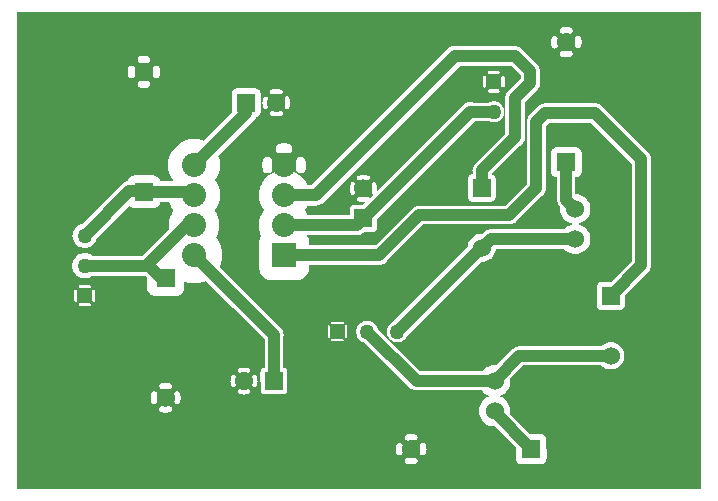
<source format=gbr>
G04 start of page 7 for group 5 idx 5 *
G04 Title: (unknown), bottom *
G04 Creator: pcb-gtk 1.99z *
G04 CreationDate: Sat Jun  4 21:01:05 2016 UTC *
G04 For: khazakar *
G04 Format: Gerber/RS-274X *
G04 PCB-Dimensions (mm): 152.40 127.00 *
G04 PCB-Coordinate-Origin: lower left *
%MOMM*%
%FSLAX43Y43*%
%LNBOTTOM*%
%ADD76C,0.889*%
%ADD75C,1.143*%
%ADD74C,0.711*%
%ADD73C,2.000*%
%ADD72C,0.965*%
%ADD71C,0.762*%
%ADD70C,2.032*%
%ADD69C,1.524*%
%ADD68C,1.270*%
%ADD67C,1.016*%
%ADD66C,0.002*%
G54D66*G36*
X46754Y109043D02*X46757Y109041D01*
X46927Y108937D01*
X47112Y108860D01*
X47306Y108813D01*
X47406Y108806D01*
X47456Y108802D01*
X47306Y108790D01*
X47112Y108743D01*
X46927Y108667D01*
X46757Y108562D01*
X46754Y108560D01*
Y109043D01*
G37*
G36*
X58166Y86381D02*Y86360D01*
X47764D01*
Y96824D01*
X49697D01*
X49832Y96709D01*
X49986Y96615D01*
X50152Y96546D01*
X50327Y96504D01*
X50506Y96490D01*
X50685Y96504D01*
X50860Y96546D01*
X51027Y96615D01*
X51180Y96709D01*
X51317Y96826D01*
X51434Y96962D01*
X51528Y97116D01*
X51596Y97282D01*
X51638Y97457D01*
X51649Y97636D01*
X51638Y97816D01*
X51596Y97991D01*
X51528Y98157D01*
X51434Y98310D01*
X51317Y98447D01*
X51180Y98564D01*
X51027Y98658D01*
X50860Y98727D01*
X50685Y98769D01*
X50506Y98783D01*
X50327Y98769D01*
X50152Y98727D01*
X49986Y98658D01*
X49832Y98564D01*
X49697Y98448D01*
X47764D01*
Y106288D01*
X47899Y106320D01*
X48084Y106397D01*
X48255Y106501D01*
X48407Y106631D01*
X48536Y106783D01*
X48641Y106953D01*
X48717Y107138D01*
X48764Y107332D01*
X48776Y107532D01*
X48764Y107731D01*
X48717Y107925D01*
X48641Y108110D01*
X48536Y108280D01*
X48407Y108432D01*
X48255Y108562D01*
X48084Y108667D01*
X47899Y108743D01*
X47764Y108776D01*
Y108828D01*
X47899Y108860D01*
X48084Y108937D01*
X48255Y109041D01*
X48407Y109171D01*
X48536Y109323D01*
X48641Y109493D01*
X48717Y109678D01*
X48764Y109872D01*
X48776Y110072D01*
X48764Y110271D01*
X48717Y110465D01*
X48641Y110650D01*
X48536Y110820D01*
X48407Y110972D01*
X48255Y111102D01*
X48084Y111207D01*
X47899Y111283D01*
X47764Y111316D01*
Y112804D01*
X47830Y112844D01*
X47894Y112899D01*
X47948Y112963D01*
X47992Y113034D01*
X48024Y113112D01*
X48044Y113193D01*
X48049Y113277D01*
X48044Y114885D01*
X48024Y114966D01*
X47992Y115044D01*
X47948Y115115D01*
X47894Y115179D01*
X47830Y115233D01*
X47764Y115274D01*
Y117388D01*
X48815D01*
X52282Y113921D01*
Y105640D01*
X50549Y103907D01*
X49717Y103905D01*
X49676Y103905D01*
X49610Y103889D01*
X49548Y103863D01*
X49490Y103828D01*
X49438Y103784D01*
X49394Y103732D01*
X49359Y103675D01*
X49333Y103612D01*
X49317Y103546D01*
X49313Y103478D01*
X49317Y101887D01*
X49333Y101821D01*
X49359Y101758D01*
X49394Y101700D01*
X49438Y101649D01*
X49490Y101604D01*
X49548Y101569D01*
X49610Y101543D01*
X49676Y101527D01*
X49744Y101523D01*
X51336Y101527D01*
X51402Y101543D01*
X51464Y101569D01*
X51522Y101604D01*
X51574Y101649D01*
X51618Y101700D01*
X51653Y101758D01*
X51679Y101821D01*
X51695Y101887D01*
X51699Y101954D01*
X51697Y102759D01*
X53645Y104707D01*
X53670Y104728D01*
X53753Y104825D01*
X53819Y104934D01*
X53868Y105052D01*
X53898Y105177D01*
X53908Y105304D01*
X53906Y105336D01*
Y114129D01*
X53915Y114169D01*
X53926Y114300D01*
X53915Y114431D01*
X53884Y114559D01*
X53834Y114681D01*
X53765Y114793D01*
X53678Y114892D01*
X49778Y118792D01*
X49680Y118879D01*
X49567Y118948D01*
X49446Y118998D01*
X49318Y119029D01*
X49186Y119039D01*
X49055Y119029D01*
X48983Y119012D01*
X47764D01*
Y123661D01*
X47800Y123666D01*
X47840Y123677D01*
X47878Y123695D01*
X47913Y123719D01*
X47943Y123747D01*
X47969Y123781D01*
X47989Y123817D01*
X48003Y123857D01*
X48029Y123969D01*
X48045Y124084D01*
X48050Y124199D01*
X48045Y124314D01*
X48029Y124429D01*
X48004Y124541D01*
X47990Y124581D01*
X47970Y124618D01*
X47944Y124651D01*
X47913Y124680D01*
X47879Y124703D01*
X47840Y124721D01*
X47800Y124733D01*
X47764Y124738D01*
Y126746D01*
X58166D01*
Y86381D01*
G37*
G36*
X47764Y119012D02*X46754D01*
Y122903D01*
X46869Y122908D01*
X46983Y122923D01*
X47096Y122949D01*
X47136Y122963D01*
X47172Y122983D01*
X47206Y123009D01*
X47234Y123039D01*
X47258Y123074D01*
X47276Y123112D01*
X47288Y123153D01*
X47293Y123194D01*
X47292Y123236D01*
X47284Y123278D01*
X47270Y123317D01*
X47249Y123354D01*
X47224Y123387D01*
X47193Y123416D01*
X47158Y123440D01*
X47120Y123458D01*
X47080Y123469D01*
X47038Y123475D01*
X46996Y123473D01*
X46955Y123465D01*
X46889Y123449D01*
X46821Y123440D01*
X46754Y123437D01*
Y124961D01*
X46821Y124958D01*
X46889Y124949D01*
X46955Y124934D01*
X46996Y124925D01*
X47038Y124924D01*
X47079Y124929D01*
X47120Y124941D01*
X47158Y124959D01*
X47192Y124982D01*
X47223Y125011D01*
X47249Y125044D01*
X47269Y125081D01*
X47283Y125120D01*
X47291Y125162D01*
X47292Y125203D01*
X47287Y125245D01*
X47275Y125285D01*
X47257Y125323D01*
X47234Y125358D01*
X47205Y125389D01*
X47172Y125414D01*
X47135Y125435D01*
X47096Y125448D01*
X46983Y125475D01*
X46869Y125490D01*
X46754Y125495D01*
Y126746D01*
X47764D01*
Y124738D01*
X47758Y124738D01*
X47716Y124737D01*
X47675Y124729D01*
X47635Y124715D01*
X47599Y124694D01*
X47565Y124669D01*
X47536Y124638D01*
X47513Y124603D01*
X47495Y124565D01*
X47483Y124525D01*
X47478Y124483D01*
X47479Y124441D01*
X47488Y124400D01*
X47504Y124334D01*
X47513Y124267D01*
X47516Y124199D01*
X47513Y124131D01*
X47504Y124064D01*
X47489Y123998D01*
X47480Y123957D01*
X47479Y123915D01*
X47484Y123873D01*
X47496Y123833D01*
X47514Y123795D01*
X47537Y123760D01*
X47566Y123730D01*
X47599Y123704D01*
X47636Y123684D01*
X47675Y123670D01*
X47716Y123662D01*
X47758Y123660D01*
X47764Y123661D01*
Y119012D01*
G37*
G36*
Y115274D02*X47758Y115277D01*
X47681Y115309D01*
X47599Y115329D01*
X47516Y115334D01*
X46754Y115332D01*
Y117388D01*
X47764D01*
Y115274D01*
G37*
G36*
Y111316D02*X47705Y111330D01*
X47516Y111345D01*
Y112749D01*
X47599Y112749D01*
X47681Y112768D01*
X47758Y112801D01*
X47764Y112804D01*
Y111316D01*
G37*
G36*
Y108776D02*X47705Y108790D01*
X47556Y108802D01*
X47605Y108806D01*
X47705Y108813D01*
X47764Y108828D01*
Y108776D01*
G37*
G36*
Y98448D02*X46754D01*
Y106503D01*
X46757Y106501D01*
X46927Y106397D01*
X47112Y106320D01*
X47306Y106273D01*
X47506Y106258D01*
X47705Y106273D01*
X47764Y106288D01*
Y98448D01*
G37*
G36*
Y86360D02*X46754D01*
Y96824D01*
X47764D01*
Y86360D01*
G37*
G36*
X46754Y119012D02*X45743D01*
Y123660D01*
X45749Y123660D01*
X45791Y123661D01*
X45832Y123669D01*
X45872Y123683D01*
X45909Y123703D01*
X45942Y123729D01*
X45971Y123760D01*
X45995Y123795D01*
X46012Y123833D01*
X46024Y123873D01*
X46029Y123915D01*
X46028Y123957D01*
X46019Y123998D01*
X46004Y124064D01*
X45995Y124131D01*
X45992Y124199D01*
X45995Y124267D01*
X46004Y124334D01*
X46019Y124400D01*
X46027Y124441D01*
X46029Y124483D01*
X46023Y124525D01*
X46012Y124565D01*
X45994Y124603D01*
X45970Y124638D01*
X45942Y124668D01*
X45909Y124694D01*
X45872Y124714D01*
X45832Y124728D01*
X45791Y124736D01*
X45749Y124737D01*
X45743Y124737D01*
Y126746D01*
X46754D01*
Y125495D01*
X46754Y125495D01*
X46638Y125490D01*
X46524Y125475D01*
X46412Y125449D01*
X46372Y125435D01*
X46335Y125415D01*
X46302Y125389D01*
X46273Y125359D01*
X46249Y125324D01*
X46231Y125286D01*
X46220Y125245D01*
X46214Y125204D01*
X46216Y125161D01*
X46224Y125120D01*
X46238Y125081D01*
X46258Y125044D01*
X46284Y125010D01*
X46315Y124982D01*
X46349Y124958D01*
X46387Y124940D01*
X46428Y124928D01*
X46470Y124923D01*
X46512Y124924D01*
X46553Y124933D01*
X46619Y124949D01*
X46686Y124958D01*
X46754Y124961D01*
X46754Y124961D01*
Y123437D01*
X46754Y123437D01*
X46686Y123440D01*
X46619Y123449D01*
X46553Y123464D01*
X46512Y123473D01*
X46470Y123474D01*
X46428Y123469D01*
X46388Y123457D01*
X46350Y123439D01*
X46315Y123416D01*
X46285Y123387D01*
X46259Y123354D01*
X46239Y123317D01*
X46224Y123277D01*
X46216Y123236D01*
X46215Y123194D01*
X46220Y123153D01*
X46232Y123112D01*
X46250Y123074D01*
X46274Y123040D01*
X46302Y123009D01*
X46335Y122983D01*
X46372Y122963D01*
X46412Y122950D01*
X46524Y122923D01*
X46638Y122908D01*
X46754Y122903D01*
X46754Y122903D01*
Y119012D01*
G37*
G36*
X41402Y117883D02*X41410Y117895D01*
X41463Y118025D01*
X41496Y118161D01*
X41504Y118300D01*
X41496Y118440D01*
X41463Y118576D01*
X41410Y118705D01*
X41402Y118717D01*
Y120357D01*
X41426Y120359D01*
X41449Y120364D01*
X41471Y120373D01*
X41492Y120386D01*
X41510Y120401D01*
X41525Y120420D01*
X41538Y120440D01*
X41547Y120462D01*
X41553Y120485D01*
X41554Y120509D01*
Y121171D01*
X41553Y121195D01*
X41547Y121218D01*
X41538Y121240D01*
X41525Y121261D01*
X41510Y121279D01*
X41492Y121295D01*
X41471Y121307D01*
X41449Y121316D01*
X41426Y121322D01*
X41402Y121324D01*
Y122189D01*
X42114D01*
X42884Y121419D01*
Y121111D01*
X42739Y120966D01*
X42739D01*
X41857Y120085D01*
X41832Y120063D01*
X41747Y119963D01*
X41678Y119851D01*
X41627Y119729D01*
X41596Y119601D01*
X41596Y119601D01*
X41586Y119470D01*
X41589Y119437D01*
Y116444D01*
X41402Y116257D01*
Y117883D01*
G37*
G36*
Y118717D02*X41336Y118824D01*
X41246Y118931D01*
X41139Y119022D01*
X41020Y119095D01*
X40891Y119148D01*
X40754Y119181D01*
X40615Y119192D01*
Y119901D01*
X40946D01*
X40970Y119903D01*
X40993Y119908D01*
X41015Y119917D01*
X41036Y119930D01*
X41054Y119945D01*
X41069Y119964D01*
X41082Y119984D01*
X41091Y120006D01*
X41097Y120029D01*
X41098Y120053D01*
X41097Y120077D01*
X41091Y120100D01*
X41082Y120122D01*
X41069Y120143D01*
X41054Y120161D01*
X41036Y120177D01*
X41015Y120189D01*
X40993Y120198D01*
X40970Y120204D01*
X40946Y120205D01*
X40615D01*
Y121475D01*
X40946D01*
X40970Y121477D01*
X40993Y121482D01*
X41015Y121491D01*
X41036Y121504D01*
X41054Y121519D01*
X41069Y121538D01*
X41082Y121558D01*
X41091Y121580D01*
X41097Y121603D01*
X41098Y121627D01*
X41097Y121651D01*
X41091Y121674D01*
X41082Y121696D01*
X41069Y121717D01*
X41054Y121735D01*
X41036Y121751D01*
X41015Y121763D01*
X40993Y121772D01*
X40970Y121778D01*
X40946Y121779D01*
X40615D01*
Y122189D01*
X41402D01*
Y121324D01*
X41378Y121322D01*
X41355Y121316D01*
X41333Y121307D01*
X41312Y121295D01*
X41294Y121279D01*
X41279Y121261D01*
X41266Y121240D01*
X41257Y121218D01*
X41251Y121195D01*
X41250Y121171D01*
Y120509D01*
X41251Y120485D01*
X41257Y120462D01*
X41266Y120440D01*
X41279Y120420D01*
X41294Y120401D01*
X41312Y120386D01*
X41333Y120373D01*
X41355Y120364D01*
X41378Y120359D01*
X41402Y120357D01*
Y118717D01*
G37*
G36*
X40615Y117408D02*X40754Y117419D01*
X40891Y117452D01*
X41020Y117506D01*
X41139Y117579D01*
X41246Y117670D01*
X41336Y117776D01*
X41402Y117883D01*
Y116257D01*
X40615Y115470D01*
Y117408D01*
G37*
G36*
X45743Y119012D02*X44998D01*
X44966Y119014D01*
X44838Y119004D01*
X44776Y118989D01*
X44714Y118974D01*
X44596Y118925D01*
X44487Y118859D01*
X44390Y118776D01*
X44369Y118751D01*
X43652Y118034D01*
X43628Y118014D01*
X43545Y117916D01*
X43478Y117807D01*
X43429Y117689D01*
X43414Y117628D01*
X43399Y117565D01*
X43399Y117565D01*
X43389Y117438D01*
X43392Y117406D01*
Y112151D01*
X41592Y110351D01*
X40615D01*
Y110785D01*
X40649Y110814D01*
X40690Y110862D01*
X40724Y110917D01*
X40748Y110976D01*
X40763Y111038D01*
X40767Y111102D01*
X40763Y112690D01*
X40748Y112752D01*
X40724Y112811D01*
X40690Y112865D01*
X40649Y112914D01*
X40615Y112943D01*
Y113244D01*
X42779Y115408D01*
X42807Y115420D01*
X42919Y115488D01*
X43019Y115574D01*
X43105Y115674D01*
X43174Y115787D01*
X43224Y115908D01*
X43255Y116036D01*
X43263Y116168D01*
Y119123D01*
X44288Y120148D01*
X44375Y120246D01*
X44444Y120359D01*
X44494Y120480D01*
X44525Y120608D01*
X44535Y120740D01*
X44525Y120871D01*
X44508Y120943D01*
Y121724D01*
X44510Y121756D01*
X44500Y121883D01*
X44500Y121883D01*
X44470Y122007D01*
X44421Y122125D01*
X44355Y122234D01*
X44272Y122332D01*
X44247Y122352D01*
X43144Y123456D01*
X43105Y123519D01*
X43019Y123619D01*
X42919Y123705D01*
X42807Y123774D01*
X42685Y123824D01*
X42557Y123855D01*
X42426Y123863D01*
X40615D01*
Y126746D01*
X45743D01*
Y124737D01*
X45708Y124732D01*
X45667Y124721D01*
X45629Y124703D01*
X45595Y124679D01*
X45564Y124650D01*
X45538Y124617D01*
X45518Y124580D01*
X45505Y124541D01*
X45478Y124429D01*
X45463Y124314D01*
X45457Y124199D01*
X45463Y124084D01*
X45478Y123969D01*
X45503Y123857D01*
X45517Y123817D01*
X45538Y123780D01*
X45563Y123747D01*
X45594Y123718D01*
X45629Y123695D01*
X45667Y123677D01*
X45707Y123665D01*
X45743Y123660D01*
Y119012D01*
G37*
G36*
X40615Y123863D02*X37643D01*
X37621Y123872D01*
X37485Y123904D01*
X37346Y123915D01*
X37207Y123904D01*
X37071Y123872D01*
X36942Y123818D01*
X36823Y123745D01*
X36719Y123653D01*
X34631Y121565D01*
Y126746D01*
X40615D01*
Y123863D01*
G37*
G36*
Y112943D02*X40600Y112955D01*
X40546Y112989D01*
X40487Y113013D01*
X40424Y113028D01*
X40401Y113029D01*
X40615Y113244D01*
Y112943D01*
G37*
G36*
Y119192D02*X40475Y119181D01*
X40339Y119148D01*
X40210Y119095D01*
X40198Y119087D01*
X39828D01*
Y120357D01*
X39852Y120359D01*
X39875Y120364D01*
X39897Y120373D01*
X39918Y120386D01*
X39936Y120401D01*
X39951Y120420D01*
X39964Y120440D01*
X39973Y120462D01*
X39979Y120485D01*
X39980Y120509D01*
Y121171D01*
X39979Y121195D01*
X39973Y121218D01*
X39964Y121240D01*
X39951Y121261D01*
X39936Y121279D01*
X39918Y121295D01*
X39897Y121307D01*
X39875Y121316D01*
X39852Y121322D01*
X39828Y121324D01*
Y122189D01*
X40615D01*
Y121779D01*
X40284D01*
X40260Y121778D01*
X40237Y121772D01*
X40215Y121763D01*
X40194Y121751D01*
X40176Y121735D01*
X40161Y121717D01*
X40148Y121696D01*
X40139Y121674D01*
X40133Y121651D01*
X40132Y121627D01*
X40133Y121603D01*
X40139Y121580D01*
X40148Y121558D01*
X40161Y121538D01*
X40176Y121519D01*
X40194Y121504D01*
X40215Y121491D01*
X40237Y121482D01*
X40260Y121477D01*
X40284Y121475D01*
X40615D01*
Y120205D01*
X40284D01*
X40260Y120204D01*
X40237Y120198D01*
X40215Y120189D01*
X40194Y120177D01*
X40176Y120161D01*
X40161Y120143D01*
X40148Y120122D01*
X40139Y120100D01*
X40133Y120077D01*
X40132Y120053D01*
X40133Y120029D01*
X40139Y120006D01*
X40148Y119984D01*
X40161Y119964D01*
X40176Y119945D01*
X40194Y119930D01*
X40215Y119917D01*
X40237Y119908D01*
X40260Y119903D01*
X40284Y119901D01*
X40615D01*
Y119192D01*
G37*
G36*
X39828Y119087D02*X38890D01*
X38863Y119099D01*
X38735Y119129D01*
X38603Y119140D01*
X38472Y119129D01*
X38344Y119099D01*
X38261Y119065D01*
X38222Y119048D01*
X38210Y119041D01*
X38110Y118979D01*
X38011Y118892D01*
X34631Y115512D01*
Y119056D01*
X37763Y122189D01*
X39828D01*
Y121324D01*
X39804Y121322D01*
X39781Y121316D01*
X39759Y121307D01*
X39738Y121295D01*
X39720Y121279D01*
X39705Y121261D01*
X39692Y121240D01*
X39683Y121218D01*
X39677Y121195D01*
X39676Y121171D01*
Y120509D01*
X39677Y120485D01*
X39683Y120462D01*
X39692Y120440D01*
X39705Y120420D01*
X39720Y120401D01*
X39738Y120386D01*
X39759Y120373D01*
X39781Y120364D01*
X39804Y120359D01*
X39828Y120357D01*
Y119087D01*
G37*
G36*
X40615Y110351D02*X34631D01*
Y113144D01*
X39000Y117513D01*
X40198D01*
X40210Y117506D01*
X40339Y117452D01*
X40475Y117419D01*
X40615Y117408D01*
Y115470D01*
X39064Y113919D01*
X39041Y113899D01*
X38960Y113805D01*
X38895Y113699D01*
X38848Y113585D01*
X38834Y113528D01*
X38819Y113464D01*
X38809Y113341D01*
X38812Y113310D01*
Y113028D01*
X38773Y113028D01*
X38711Y113013D01*
X38652Y112989D01*
X38597Y112955D01*
X38549Y112914D01*
X38507Y112865D01*
X38474Y112811D01*
X38449Y112752D01*
X38434Y112690D01*
X38431Y112626D01*
X38434Y111038D01*
X38449Y110976D01*
X38474Y110917D01*
X38507Y110862D01*
X38549Y110814D01*
X38597Y110772D01*
X38652Y110739D01*
X38711Y110714D01*
X38773Y110700D01*
X38837Y110696D01*
X40424Y110700D01*
X40487Y110714D01*
X40546Y110739D01*
X40600Y110772D01*
X40615Y110785D01*
Y110351D01*
G37*
G36*
X46754Y115332D02*X45908Y115329D01*
X45827Y115309D01*
X45749Y115277D01*
X45677Y115233D01*
X45614Y115179D01*
X45559Y115115D01*
X45515Y115044D01*
X45483Y114966D01*
X45464Y114885D01*
X45459Y114801D01*
X45464Y113193D01*
X45483Y113112D01*
X45515Y113034D01*
X45559Y112963D01*
X45614Y112899D01*
X45677Y112844D01*
X45749Y112801D01*
X45827Y112768D01*
X45908Y112749D01*
X45992Y112744D01*
Y110854D01*
X45989Y110824D01*
X45999Y110704D01*
X45999Y110704D01*
X46013Y110646D01*
X46027Y110587D01*
X46073Y110477D01*
X46135Y110374D01*
X46135Y110374D01*
X46213Y110283D01*
X46236Y110264D01*
X46246Y110254D01*
X46232Y110072D01*
X46248Y109872D01*
X46294Y109678D01*
X46371Y109493D01*
X46475Y109323D01*
X46605Y109171D01*
X46754Y109043D01*
Y108560D01*
X46605Y108432D01*
X46550Y108369D01*
X40347D01*
X40215Y108361D01*
X40087Y108330D01*
X39965Y108280D01*
X39853Y108211D01*
X39753Y108125D01*
X39667Y108025D01*
X39638Y107977D01*
X39599Y107980D01*
X39412Y107966D01*
X39229Y107922D01*
X39055Y107850D01*
X38895Y107752D01*
X38753Y107630D01*
X38747Y107623D01*
X38631Y107487D01*
X38532Y107327D01*
X38461Y107154D01*
X38417Y106971D01*
X38409Y106876D01*
X34631Y103097D01*
Y108777D01*
X41887D01*
X41918Y108774D01*
X42041Y108784D01*
X42105Y108799D01*
X42162Y108813D01*
X42276Y108860D01*
X42382Y108925D01*
X42476Y109005D01*
X42496Y109029D01*
X44619Y111152D01*
X44682Y111191D01*
X44780Y111274D01*
X44863Y111371D01*
X44929Y111480D01*
X44968Y111573D01*
X44978Y111598D01*
X45008Y111722D01*
X45016Y111850D01*
Y117101D01*
X45302Y117388D01*
X46754D01*
Y115332D01*
G37*
G36*
Y98448D02*X42819D01*
X42787Y98451D01*
X42659Y98441D01*
X42597Y98426D01*
X42535Y98411D01*
X42417Y98362D01*
X42308Y98295D01*
X42211Y98212D01*
X42190Y98188D01*
X40862Y96860D01*
X40676Y96874D01*
X40465Y96858D01*
X40259Y96808D01*
X40063Y96727D01*
X39886Y96619D01*
X39883Y96617D01*
X39722Y96479D01*
X39600Y96337D01*
X34631D01*
Y100659D01*
X39562Y105590D01*
X39599Y105587D01*
X39786Y105602D01*
X39969Y105646D01*
X40142Y105718D01*
X40302Y105816D01*
X40376Y105879D01*
X40445Y105938D01*
X40567Y106080D01*
X40665Y106241D01*
X40737Y106414D01*
X40781Y106597D01*
X40786Y106695D01*
X46550D01*
X46605Y106631D01*
X46754Y106503D01*
Y98448D01*
G37*
G36*
Y86360D02*X34631D01*
Y89203D01*
X34667Y89208D01*
X34707Y89220D01*
X34745Y89237D01*
X34780Y89261D01*
X34810Y89290D01*
X34836Y89323D01*
X34856Y89360D01*
X34870Y89399D01*
X34896Y89511D01*
X34912Y89626D01*
X34917Y89741D01*
X34912Y89856D01*
X34896Y89971D01*
X34871Y90083D01*
X34857Y90123D01*
X34837Y90160D01*
X34811Y90193D01*
X34780Y90222D01*
X34745Y90246D01*
X34707Y90263D01*
X34667Y90275D01*
X34631Y90280D01*
Y94713D01*
X39600D01*
X39722Y94571D01*
X39883Y94434D01*
X40063Y94323D01*
X40259Y94242D01*
X40260Y94242D01*
X40075Y94165D01*
X39897Y94056D01*
X39739Y93921D01*
X39605Y93763D01*
X39496Y93586D01*
X39416Y93394D01*
X39368Y93192D01*
X39352Y92985D01*
X39368Y92778D01*
X39416Y92576D01*
X39496Y92384D01*
X39605Y92207D01*
X39739Y92049D01*
X39897Y91914D01*
X40075Y91805D01*
X40267Y91726D01*
X40469Y91677D01*
X40676Y91661D01*
X40710Y91664D01*
X42487Y89886D01*
X42491Y88896D01*
X42510Y88814D01*
X42542Y88736D01*
X42586Y88665D01*
X42641Y88601D01*
X42704Y88547D01*
X42776Y88503D01*
X42853Y88471D01*
X42935Y88451D01*
X43019Y88446D01*
X44626Y88451D01*
X44708Y88471D01*
X44785Y88503D01*
X44857Y88547D01*
X44921Y88601D01*
X44975Y88665D01*
X45019Y88736D01*
X45051Y88814D01*
X45071Y88896D01*
X45076Y88979D01*
X45071Y90587D01*
X45051Y90668D01*
X45019Y90746D01*
X44975Y90817D01*
X44921Y90881D01*
X44857Y90936D01*
X44785Y90980D01*
X44708Y91012D01*
X44626Y91031D01*
X44543Y91036D01*
X43637Y91033D01*
X41966Y92704D01*
X41983Y92778D01*
X41996Y92985D01*
X41983Y93192D01*
X41935Y93394D01*
X41855Y93586D01*
X41747Y93763D01*
X41612Y93921D01*
X41454Y94056D01*
X41277Y94165D01*
X41091Y94242D01*
X41093Y94242D01*
X41288Y94323D01*
X41469Y94434D01*
X41630Y94571D01*
X41767Y94732D01*
X41878Y94913D01*
X41959Y95108D01*
X42008Y95314D01*
X42021Y95525D01*
X42010Y95711D01*
X43123Y96824D01*
X46754D01*
Y86360D01*
G37*
G36*
X34631Y121565D02*X33621Y120555D01*
Y126746D01*
X34631D01*
Y121565D01*
G37*
G36*
Y115512D02*X33621Y114502D01*
Y118046D01*
X34631Y119056D01*
Y115512D01*
G37*
G36*
Y110351D02*X34329D01*
X34298Y110353D01*
X34174Y110343D01*
X34054Y110314D01*
X33939Y110267D01*
X33834Y110202D01*
X33834Y110202D01*
X33740Y110122D01*
X33719Y110098D01*
X33621Y110000D01*
Y112134D01*
X34631Y113144D01*
Y110351D01*
G37*
G36*
Y103097D02*X33621Y102087D01*
Y107774D01*
X34624Y108777D01*
X34631D01*
Y103097D01*
G37*
G36*
Y96337D02*X34406D01*
X33621Y97122D01*
Y99649D01*
X34631Y100659D01*
Y96337D01*
G37*
G36*
Y86360D02*X33621D01*
Y88445D01*
X33736Y88450D01*
X33850Y88465D01*
X33963Y88491D01*
X34002Y88505D01*
X34039Y88525D01*
X34073Y88551D01*
X34101Y88582D01*
X34125Y88616D01*
X34143Y88654D01*
X34155Y88695D01*
X34160Y88737D01*
X34159Y88779D01*
X34151Y88820D01*
X34136Y88860D01*
X34116Y88896D01*
X34090Y88930D01*
X34060Y88958D01*
X34025Y88982D01*
X33987Y89000D01*
X33946Y89012D01*
X33905Y89017D01*
X33863Y89016D01*
X33822Y89007D01*
X33756Y88991D01*
X33688Y88982D01*
X33621Y88979D01*
Y90503D01*
X33688Y90500D01*
X33756Y90491D01*
X33822Y90476D01*
X33863Y90467D01*
X33905Y90466D01*
X33946Y90471D01*
X33987Y90483D01*
X34025Y90501D01*
X34059Y90525D01*
X34090Y90553D01*
X34116Y90586D01*
X34136Y90623D01*
X34150Y90663D01*
X34158Y90704D01*
X34159Y90746D01*
X34154Y90787D01*
X34142Y90828D01*
X34124Y90866D01*
X34101Y90900D01*
X34072Y90931D01*
X34039Y90957D01*
X34002Y90977D01*
X33962Y90990D01*
X33850Y91017D01*
X33736Y91032D01*
X33621Y91037D01*
Y94848D01*
X33700Y94799D01*
X33818Y94751D01*
X33942Y94721D01*
X33942Y94721D01*
X33942D01*
X34070Y94711D01*
X34101Y94713D01*
X34631D01*
Y90280D01*
X34625Y90280D01*
X34583Y90279D01*
X34542Y90271D01*
X34502Y90257D01*
X34465Y90237D01*
X34432Y90211D01*
X34403Y90180D01*
X34380Y90145D01*
X34362Y90107D01*
X34350Y90067D01*
X34345Y90025D01*
X34346Y89983D01*
X34355Y89942D01*
X34371Y89876D01*
X34380Y89809D01*
X34383Y89741D01*
X34380Y89673D01*
X34371Y89606D01*
X34356Y89540D01*
X34347Y89499D01*
X34346Y89457D01*
X34351Y89415D01*
X34363Y89375D01*
X34380Y89337D01*
X34404Y89303D01*
X34433Y89272D01*
X34466Y89246D01*
X34503Y89226D01*
X34542Y89212D01*
X34583Y89204D01*
X34625Y89203D01*
X34631Y89203D01*
Y86360D01*
G37*
G36*
X29575Y110643D02*X29575Y110643D01*
X29681Y110648D01*
X29780Y110661D01*
X29575Y110455D01*
Y110643D01*
G37*
G36*
X33621Y114502D02*X30726Y111606D01*
X30739Y111705D01*
X30744Y111812D01*
X30739Y111918D01*
X30725Y112024D01*
X30701Y112128D01*
X30667Y112229D01*
X30654Y112258D01*
X30636Y112284D01*
X30614Y112308D01*
X30588Y112327D01*
X30560Y112343D01*
X30530Y112353D01*
X30498Y112359D01*
X30466Y112360D01*
X30434Y112356D01*
X30404Y112347D01*
X30375Y112333D01*
X30348Y112315D01*
X30325Y112293D01*
X30305Y112268D01*
X30290Y112240D01*
X30279Y112209D01*
X30273Y112178D01*
X30272Y112146D01*
X30276Y112114D01*
X30286Y112083D01*
X30309Y112018D01*
X30324Y111950D01*
X30334Y111881D01*
X30337Y111812D01*
X30334Y111743D01*
X30324Y111674D01*
X30309Y111606D01*
X30287Y111540D01*
X30277Y111510D01*
X30273Y111478D01*
X30274Y111446D01*
X30280Y111415D01*
X30291Y111385D01*
X30306Y111357D01*
X30325Y111331D01*
X30349Y111309D01*
X30375Y111291D01*
X30399Y111280D01*
X30108Y110988D01*
X30096Y111012D01*
X30078Y111039D01*
X30056Y111062D01*
X30031Y111082D01*
X30003Y111097D01*
X29972Y111108D01*
X29941Y111114D01*
X29909Y111115D01*
X29877Y111110D01*
X29846Y111101D01*
X29781Y111078D01*
X29713Y111063D01*
X29644Y111053D01*
X29575Y111050D01*
X29575Y111050D01*
Y112574D01*
X29575Y112574D01*
X29644Y112571D01*
X29713Y112561D01*
X29781Y112546D01*
X29847Y112524D01*
X29877Y112514D01*
X29909Y112510D01*
X29941Y112511D01*
X29972Y112517D01*
X30002Y112528D01*
X30030Y112543D01*
X30056Y112562D01*
X30078Y112586D01*
X30096Y112612D01*
X30109Y112641D01*
X30118Y112672D01*
X30122Y112703D01*
X30122Y112735D01*
X30116Y112767D01*
X30105Y112797D01*
X30090Y112825D01*
X30070Y112850D01*
X30047Y112872D01*
X30021Y112890D01*
X29991Y112903D01*
X29891Y112938D01*
X29787Y112962D01*
X29681Y112976D01*
X29575Y112981D01*
X29575Y112981D01*
Y114000D01*
X33621Y118046D01*
Y114502D01*
G37*
G36*
X29575Y111050D02*X29506Y111053D01*
X29437Y111063D01*
X29369Y111078D01*
X29303Y111100D01*
X29273Y111110D01*
X29241Y111114D01*
X29209Y111113D01*
X29178Y111107D01*
X29148Y111096D01*
X29120Y111081D01*
X29094Y111061D01*
X29072Y111038D01*
X29054Y111012D01*
X29041Y110983D01*
X29031Y110952D01*
X29027Y110921D01*
X29028Y110889D01*
X29034Y110857D01*
X29045Y110827D01*
X29060Y110799D01*
X29080Y110774D01*
X29103Y110752D01*
X29129Y110734D01*
X29158Y110721D01*
X29259Y110686D01*
X29363Y110662D01*
X29468Y110648D01*
X29575Y110643D01*
Y110455D01*
X29557Y110438D01*
X28749Y110436D01*
X28687Y110421D01*
X28642Y110402D01*
Y111266D01*
X28652Y111265D01*
X28684Y111264D01*
X28716Y111268D01*
X28746Y111277D01*
X28775Y111291D01*
X28802Y111309D01*
X28825Y111331D01*
X28845Y111356D01*
X28860Y111384D01*
X28871Y111414D01*
X28877Y111446D01*
X28878Y111478D01*
X28873Y111510D01*
X28864Y111540D01*
X28841Y111606D01*
X28826Y111674D01*
X28816Y111743D01*
X28813Y111812D01*
X28816Y111881D01*
X28826Y111950D01*
X28841Y112018D01*
X28863Y112084D01*
X28873Y112114D01*
X28877Y112146D01*
X28876Y112178D01*
X28870Y112209D01*
X28859Y112239D01*
X28844Y112267D01*
X28824Y112293D01*
X28801Y112315D01*
X28775Y112333D01*
X28746Y112346D01*
X28715Y112355D01*
X28684Y112359D01*
X28652Y112359D01*
X28642Y112357D01*
Y113067D01*
X29575Y114000D01*
Y112981D01*
X29468Y112976D01*
X29363Y112962D01*
X29259Y112938D01*
X29158Y112904D01*
X29129Y112891D01*
X29102Y112873D01*
X29079Y112851D01*
X29060Y112825D01*
X29044Y112797D01*
X29033Y112767D01*
X29027Y112735D01*
X29027Y112703D01*
X29031Y112671D01*
X29040Y112641D01*
X29054Y112612D01*
X29072Y112585D01*
X29094Y112562D01*
X29119Y112542D01*
X29147Y112527D01*
X29177Y112516D01*
X29209Y112510D01*
X29241Y112509D01*
X29273Y112513D01*
X29303Y112523D01*
X29369Y112546D01*
X29437Y112561D01*
X29506Y112571D01*
X29575Y112574D01*
Y111050D01*
G37*
G36*
X28642Y110402D02*X28628Y110397D01*
X28613Y110387D01*
X28574Y110363D01*
X28525Y110322D01*
X28483Y110273D01*
X28450Y110219D01*
X28426Y110160D01*
X28411Y110098D01*
X28407Y110034D01*
X28408Y109574D01*
X24812D01*
X24767Y109684D01*
X24591Y109970D01*
X24581Y109982D01*
X24591Y109994D01*
X24767Y110280D01*
X24802Y110365D01*
X25537D01*
X25572Y110362D01*
X25711Y110373D01*
X25711Y110373D01*
X25847Y110406D01*
X25976Y110459D01*
X26095Y110532D01*
X26201Y110623D01*
X26224Y110649D01*
X28642Y113067D01*
Y112357D01*
X28620Y112353D01*
X28590Y112342D01*
X28562Y112327D01*
X28537Y112307D01*
X28515Y112284D01*
X28497Y112258D01*
X28484Y112228D01*
X28449Y112128D01*
X28425Y112024D01*
X28411Y111918D01*
X28406Y111812D01*
X28411Y111705D01*
X28425Y111600D01*
X28449Y111496D01*
X28483Y111395D01*
X28496Y111366D01*
X28514Y111339D01*
X28536Y111316D01*
X28562Y111297D01*
X28590Y111281D01*
X28620Y111270D01*
X28642Y111266D01*
Y110402D01*
G37*
G36*
X33621Y110000D02*X30605Y106984D01*
X24985D01*
X24983Y107363D01*
X24942Y107534D01*
X24875Y107697D01*
X24800Y107820D01*
X24812Y107850D01*
X29015D01*
X29150Y107858D01*
X29282Y107890D01*
X29301Y107897D01*
X29408Y107942D01*
X29523Y108012D01*
X29626Y108101D01*
X29631Y108106D01*
X30401Y108108D01*
X30463Y108123D01*
X30522Y108147D01*
X30576Y108180D01*
X30625Y108222D01*
X30666Y108271D01*
X30700Y108325D01*
X30724Y108384D01*
X30739Y108446D01*
X30743Y108510D01*
X30741Y109254D01*
X33621Y112134D01*
Y110000D01*
G37*
G36*
X32610Y98817D02*X32719Y98843D01*
X32849Y98897D01*
X32968Y98970D01*
X33074Y99061D01*
X33165Y99167D01*
X33207Y99236D01*
X33621Y99649D01*
Y97122D01*
X32610Y98133D01*
Y98817D01*
G37*
G36*
Y106763D02*X33621Y107774D01*
Y102087D01*
X32610Y101077D01*
Y106763D01*
G37*
G36*
Y126746D02*X33621D01*
Y120555D01*
X32610Y119545D01*
Y126746D01*
G37*
G36*
X33621Y86360D02*X32610D01*
Y89203D01*
X32616Y89202D01*
X32658Y89203D01*
X32699Y89211D01*
X32739Y89225D01*
X32776Y89246D01*
X32809Y89271D01*
X32838Y89302D01*
X32861Y89337D01*
X32879Y89375D01*
X32891Y89415D01*
X32896Y89457D01*
X32895Y89499D01*
X32886Y89540D01*
X32871Y89606D01*
X32862Y89673D01*
X32859Y89741D01*
X32862Y89809D01*
X32871Y89876D01*
X32886Y89942D01*
X32894Y89983D01*
X32896Y90025D01*
X32890Y90067D01*
X32879Y90107D01*
X32861Y90145D01*
X32837Y90180D01*
X32809Y90210D01*
X32775Y90236D01*
X32739Y90256D01*
X32699Y90271D01*
X32658Y90278D01*
X32616Y90280D01*
X32610Y90279D01*
Y95836D01*
X33473Y94974D01*
X33494Y94949D01*
X33591Y94866D01*
X33621Y94848D01*
Y91037D01*
X33621Y91037D01*
X33505Y91032D01*
X33391Y91017D01*
X33278Y90991D01*
X33239Y90977D01*
X33202Y90957D01*
X33169Y90931D01*
X33140Y90901D01*
X33116Y90866D01*
X33098Y90828D01*
X33087Y90788D01*
X33081Y90746D01*
X33083Y90704D01*
X33090Y90662D01*
X33105Y90623D01*
X33125Y90586D01*
X33151Y90553D01*
X33181Y90524D01*
X33216Y90500D01*
X33254Y90482D01*
X33295Y90471D01*
X33336Y90465D01*
X33379Y90467D01*
X33420Y90475D01*
X33486Y90491D01*
X33553Y90500D01*
X33621Y90503D01*
X33621Y90503D01*
Y88979D01*
X33621Y88979D01*
X33553Y88982D01*
X33486Y88991D01*
X33419Y89006D01*
X33378Y89015D01*
X33336Y89016D01*
X33295Y89011D01*
X33255Y88999D01*
X33217Y88981D01*
X33182Y88958D01*
X33151Y88929D01*
X33126Y88896D01*
X33105Y88859D01*
X33091Y88820D01*
X33083Y88779D01*
X33082Y88737D01*
X33087Y88695D01*
X33099Y88655D01*
X33117Y88617D01*
X33140Y88582D01*
X33169Y88551D01*
X33202Y88526D01*
X33239Y88506D01*
X33279Y88492D01*
X33391Y88465D01*
X33505Y88450D01*
X33621Y88445D01*
X33621Y88445D01*
Y86360D01*
G37*
G36*
X24283Y126746D02*X32610D01*
Y119545D01*
X25205Y112139D01*
X24802D01*
X24767Y112224D01*
X24707Y112321D01*
X24699Y112334D01*
X24591Y112510D01*
X24373Y112765D01*
X24283Y112842D01*
Y113087D01*
X24317Y113088D01*
X24382Y113101D01*
X24445Y113123D01*
X24503Y113156D01*
X24555Y113197D01*
X24600Y113245D01*
X24637Y113300D01*
X24665Y113360D01*
X24682Y113424D01*
X24707Y113581D01*
X24712Y113607D01*
X24721Y113792D01*
X24712Y113977D01*
X24707Y114005D01*
X24684Y114160D01*
X24666Y114224D01*
X24638Y114285D01*
X24601Y114340D01*
X24556Y114388D01*
X24503Y114429D01*
X24445Y114462D01*
X24383Y114485D01*
X24318Y114497D01*
X24283Y114499D01*
Y126746D01*
G37*
G36*
X32610Y86360D02*X28094D01*
Y99151D01*
X28109Y99152D01*
X28123Y99156D01*
X28137Y99162D01*
X28150Y99169D01*
X28161Y99179D01*
X28171Y99190D01*
X28179Y99203D01*
X28185Y99217D01*
X28188Y99232D01*
X28189Y99247D01*
Y100136D01*
X28188Y100151D01*
X28185Y100165D01*
X28179Y100179D01*
X28171Y100192D01*
X28161Y100203D01*
X28150Y100213D01*
X28137Y100221D01*
X28123Y100226D01*
X28109Y100230D01*
X28094Y100231D01*
Y105360D01*
X30906D01*
X31033Y105368D01*
X31158Y105397D01*
X31276Y105446D01*
X31385Y105513D01*
X31482Y105596D01*
X31565Y105693D01*
X31604Y105757D01*
X31604Y105757D01*
X32610Y106763D01*
Y101077D01*
X31988Y100455D01*
X31920Y100413D01*
X31813Y100322D01*
X31722Y100215D01*
X31649Y100096D01*
X31596Y99967D01*
X31563Y99831D01*
X31552Y99691D01*
X31563Y99552D01*
X31596Y99416D01*
X31649Y99286D01*
X31722Y99167D01*
X31813Y99061D01*
X31920Y98970D01*
X32039Y98897D01*
X32168Y98843D01*
X32304Y98810D01*
X32444Y98799D01*
X32583Y98810D01*
X32610Y98817D01*
Y98133D01*
X30812Y99932D01*
X30799Y99982D01*
X30743Y100119D01*
X30666Y100245D01*
X30570Y100357D01*
X30457Y100453D01*
X30331Y100530D01*
X30195Y100587D01*
X30051Y100621D01*
X29904Y100633D01*
X29756Y100621D01*
X29613Y100587D01*
X29476Y100530D01*
X29350Y100453D01*
X29238Y100357D01*
X29142Y100245D01*
X29064Y100119D01*
X29008Y99982D01*
X28973Y99838D01*
X28962Y99691D01*
X28973Y99544D01*
X29008Y99400D01*
X29064Y99264D01*
X29142Y99137D01*
X29238Y99025D01*
X29350Y98929D01*
X29476Y98852D01*
X29613Y98795D01*
X29663Y98783D01*
X32610Y95836D01*
Y90279D01*
X32574Y90274D01*
X32534Y90263D01*
X32496Y90245D01*
X32461Y90221D01*
X32431Y90193D01*
X32405Y90159D01*
X32385Y90123D01*
X32372Y90083D01*
X32345Y89971D01*
X32329Y89856D01*
X32324Y89741D01*
X32329Y89626D01*
X32345Y89511D01*
X32370Y89399D01*
X32384Y89359D01*
X32405Y89322D01*
X32430Y89289D01*
X32461Y89260D01*
X32496Y89237D01*
X32534Y89219D01*
X32574Y89207D01*
X32610Y89203D01*
Y86360D01*
G37*
G36*
X28094D02*X27364D01*
Y98866D01*
X27808D01*
X27823Y98867D01*
X27838Y98870D01*
X27852Y98876D01*
X27864Y98884D01*
X27876Y98893D01*
X27885Y98905D01*
X27893Y98918D01*
X27899Y98931D01*
X27903Y98946D01*
X27904Y98961D01*
X27903Y98976D01*
X27899Y98990D01*
X27893Y99004D01*
X27885Y99017D01*
X27876Y99028D01*
X27864Y99038D01*
X27852Y99046D01*
X27838Y99052D01*
X27823Y99055D01*
X27808Y99056D01*
X27364D01*
Y100326D01*
X27808D01*
X27823Y100327D01*
X27838Y100331D01*
X27852Y100336D01*
X27864Y100344D01*
X27876Y100354D01*
X27885Y100365D01*
X27893Y100378D01*
X27899Y100392D01*
X27903Y100406D01*
X27904Y100421D01*
X27903Y100436D01*
X27899Y100451D01*
X27893Y100465D01*
X27885Y100478D01*
X27876Y100489D01*
X27864Y100499D01*
X27852Y100507D01*
X27838Y100512D01*
X27823Y100516D01*
X27808Y100517D01*
X27364D01*
Y105360D01*
X28094D01*
Y100231D01*
X28079Y100230D01*
X28064Y100226D01*
X28051Y100221D01*
X28038Y100213D01*
X28026Y100203D01*
X28017Y100192D01*
X28009Y100179D01*
X28003Y100165D01*
X28000Y100151D01*
X27999Y100136D01*
Y99247D01*
X28000Y99232D01*
X28003Y99217D01*
X28009Y99203D01*
X28017Y99190D01*
X28026Y99179D01*
X28038Y99169D01*
X28051Y99162D01*
X28064Y99156D01*
X28079Y99152D01*
X28094Y99151D01*
Y86360D01*
G37*
G36*
X27364D02*X26633D01*
Y99151D01*
X26648Y99152D01*
X26663Y99156D01*
X26677Y99162D01*
X26690Y99169D01*
X26701Y99179D01*
X26711Y99190D01*
X26719Y99203D01*
X26724Y99217D01*
X26728Y99232D01*
X26729Y99247D01*
Y100136D01*
X26728Y100151D01*
X26724Y100165D01*
X26719Y100179D01*
X26711Y100192D01*
X26701Y100203D01*
X26690Y100213D01*
X26677Y100221D01*
X26663Y100226D01*
X26648Y100230D01*
X26633Y100231D01*
Y105360D01*
X27364D01*
Y100517D01*
X26919D01*
X26904Y100516D01*
X26890Y100512D01*
X26876Y100507D01*
X26863Y100499D01*
X26852Y100489D01*
X26842Y100478D01*
X26834Y100465D01*
X26828Y100451D01*
X26825Y100436D01*
X26824Y100421D01*
X26825Y100406D01*
X26828Y100392D01*
X26834Y100378D01*
X26842Y100365D01*
X26852Y100354D01*
X26863Y100344D01*
X26876Y100336D01*
X26890Y100331D01*
X26904Y100327D01*
X26919Y100326D01*
X27364D01*
Y99056D01*
X26919D01*
X26904Y99055D01*
X26890Y99052D01*
X26876Y99046D01*
X26863Y99038D01*
X26852Y99028D01*
X26842Y99017D01*
X26834Y99004D01*
X26828Y98990D01*
X26825Y98976D01*
X26824Y98961D01*
X26825Y98946D01*
X26828Y98931D01*
X26834Y98918D01*
X26842Y98905D01*
X26852Y98893D01*
X26863Y98884D01*
X26876Y98876D01*
X26890Y98870D01*
X26904Y98867D01*
X26919Y98866D01*
X27364D01*
Y86360D01*
G37*
G36*
X26633D02*X24283D01*
Y104115D01*
X24385Y104157D01*
X24535Y104249D01*
X24669Y104363D01*
X24783Y104497D01*
X24875Y104647D01*
X24942Y104810D01*
X24983Y104981D01*
X24994Y105156D01*
X24993Y105360D01*
X26633D01*
Y100231D01*
X26618Y100230D01*
X26604Y100226D01*
X26590Y100221D01*
X26577Y100213D01*
X26566Y100203D01*
X26556Y100192D01*
X26548Y100179D01*
X26543Y100165D01*
X26539Y100151D01*
X26538Y100136D01*
Y99247D01*
X26539Y99232D01*
X26543Y99217D01*
X26548Y99203D01*
X26556Y99190D01*
X26566Y99179D01*
X26577Y99169D01*
X26590Y99162D01*
X26604Y99156D01*
X26618Y99152D01*
X26633Y99151D01*
Y86360D01*
G37*
G36*
X23128Y126746D02*X24283D01*
Y114499D01*
X24251Y114500D01*
X24185Y114492D01*
X24121Y114474D01*
X24061Y114446D01*
X24006Y114408D01*
X23957Y114363D01*
X23916Y114311D01*
X23883Y114253D01*
X23861Y114190D01*
X23848Y114125D01*
X23845Y114059D01*
X23855Y113993D01*
X23871Y113893D01*
X23876Y113792D01*
X23871Y113691D01*
X23856Y113591D01*
X23847Y113525D01*
X23849Y113459D01*
X23862Y113394D01*
X23885Y113332D01*
X23917Y113274D01*
X23958Y113222D01*
X24006Y113177D01*
X24061Y113140D01*
X24122Y113112D01*
X24185Y113093D01*
X24251Y113085D01*
X24283Y113087D01*
Y112842D01*
X24118Y112983D01*
X23832Y113159D01*
X23521Y113287D01*
X23195Y113366D01*
X23128Y113371D01*
Y114779D01*
X23193Y114781D01*
X23258Y114794D01*
X23320Y114817D01*
X23378Y114849D01*
X23430Y114890D01*
X23475Y114938D01*
X23512Y114993D01*
X23540Y115054D01*
X23559Y115117D01*
X23567Y115183D01*
X23564Y115249D01*
X23551Y115314D01*
X23529Y115377D01*
X23496Y115435D01*
X23455Y115487D01*
X23407Y115532D01*
X23352Y115569D01*
X23292Y115597D01*
X23228Y115614D01*
X23128Y115630D01*
Y118531D01*
X23150Y118535D01*
X23180Y118546D01*
X23208Y118561D01*
X23233Y118580D01*
X23255Y118604D01*
X23273Y118630D01*
X23286Y118659D01*
X23321Y118760D01*
X23345Y118864D01*
X23360Y118969D01*
X23364Y119076D01*
X23360Y119182D01*
X23345Y119288D01*
X23321Y119391D01*
X23288Y119493D01*
X23274Y119522D01*
X23256Y119548D01*
X23234Y119571D01*
X23208Y119591D01*
X23180Y119606D01*
X23150Y119617D01*
X23128Y119621D01*
Y126746D01*
G37*
G36*
Y113371D02*X22860Y113392D01*
X22859Y113392D01*
Y114808D01*
X22860Y114808D01*
X22961Y114803D01*
X23061Y114788D01*
X23127Y114779D01*
X23128Y114779D01*
Y113371D01*
G37*
G36*
X22859Y126746D02*X23128D01*
Y119621D01*
X23118Y119623D01*
X23086Y119624D01*
X23055Y119620D01*
X23024Y119611D01*
X22995Y119597D01*
X22968Y119579D01*
X22945Y119557D01*
X22925Y119531D01*
X22910Y119503D01*
X22899Y119473D01*
X22893Y119442D01*
X22893Y119409D01*
X22897Y119378D01*
X22906Y119347D01*
X22929Y119281D01*
X22945Y119214D01*
X22954Y119145D01*
X22957Y119076D01*
X22954Y119006D01*
X22945Y118937D01*
X22929Y118870D01*
X22907Y118804D01*
X22897Y118773D01*
X22893Y118742D01*
X22894Y118710D01*
X22900Y118678D01*
X22911Y118648D01*
X22926Y118620D01*
X22946Y118595D01*
X22969Y118573D01*
X22995Y118555D01*
X23024Y118541D01*
X23055Y118532D01*
X23086Y118528D01*
X23118Y118529D01*
X23128Y118531D01*
Y115630D01*
X23045Y115644D01*
X22860Y115653D01*
X22859Y115653D01*
Y126746D01*
G37*
G36*
X22196Y115016D02*X22206Y114993D01*
X22244Y114938D01*
X22289Y114889D01*
X22341Y114848D01*
X22399Y114815D01*
X22462Y114793D01*
X22527Y114780D01*
X22593Y114777D01*
X22659Y114787D01*
X22759Y114803D01*
X22859Y114808D01*
Y113392D01*
X22525Y113366D01*
X22199Y113287D01*
X22196Y113286D01*
Y115016D01*
G37*
G36*
Y126746D02*X22859D01*
Y115653D01*
X22675Y115644D01*
X22492Y115616D01*
X22428Y115598D01*
X22367Y115570D01*
X22312Y115533D01*
X22264Y115488D01*
X22223Y115435D01*
X22196Y115387D01*
Y117906D01*
X22302Y117911D01*
X22407Y117926D01*
X22511Y117950D01*
X22612Y117983D01*
X22641Y117997D01*
X22668Y118015D01*
X22691Y118037D01*
X22711Y118062D01*
X22726Y118091D01*
X22737Y118121D01*
X22743Y118152D01*
X22744Y118184D01*
X22739Y118216D01*
X22730Y118247D01*
X22717Y118276D01*
X22698Y118302D01*
X22676Y118326D01*
X22651Y118345D01*
X22623Y118361D01*
X22593Y118371D01*
X22561Y118377D01*
X22529Y118378D01*
X22497Y118374D01*
X22467Y118364D01*
X22401Y118342D01*
X22333Y118326D01*
X22265Y118317D01*
X22196Y118314D01*
Y119838D01*
X22265Y119834D01*
X22333Y119825D01*
X22401Y119809D01*
X22467Y119787D01*
X22497Y119778D01*
X22529Y119774D01*
X22561Y119775D01*
X22592Y119781D01*
X22623Y119791D01*
X22651Y119807D01*
X22676Y119826D01*
X22698Y119849D01*
X22716Y119876D01*
X22730Y119905D01*
X22739Y119935D01*
X22743Y119967D01*
X22742Y119999D01*
X22736Y120030D01*
X22725Y120060D01*
X22710Y120088D01*
X22690Y120114D01*
X22667Y120136D01*
X22641Y120154D01*
X22612Y120167D01*
X22511Y120201D01*
X22407Y120225D01*
X22302Y120240D01*
X22196Y120245D01*
Y126746D01*
G37*
G36*
X21437D02*X22196D01*
Y120245D01*
X22195Y120245D01*
X22089Y120240D01*
X21983Y120225D01*
X21879Y120201D01*
X21778Y120168D01*
X21749Y120154D01*
X21723Y120136D01*
X21699Y120114D01*
X21680Y120089D01*
X21664Y120061D01*
X21654Y120030D01*
X21648Y119999D01*
X21647Y119967D01*
X21651Y119935D01*
X21660Y119904D01*
X21674Y119875D01*
X21692Y119849D01*
X21714Y119825D01*
X21739Y119806D01*
X21768Y119791D01*
X21798Y119780D01*
X21829Y119774D01*
X21861Y119773D01*
X21893Y119777D01*
X21924Y119787D01*
X21989Y119809D01*
X22057Y119825D01*
X22126Y119834D01*
X22195Y119838D01*
X22196Y119838D01*
Y118314D01*
X22195Y118314D01*
X22126Y118317D01*
X22057Y118326D01*
X21989Y118342D01*
X21923Y118364D01*
X21893Y118373D01*
X21861Y118377D01*
X21829Y118377D01*
X21798Y118371D01*
X21768Y118360D01*
X21740Y118345D01*
X21714Y118325D01*
X21693Y118302D01*
X21674Y118276D01*
X21661Y118247D01*
X21652Y118216D01*
X21648Y118184D01*
X21649Y118152D01*
X21654Y118121D01*
X21665Y118091D01*
X21680Y118063D01*
X21700Y118038D01*
X21723Y118016D01*
X21750Y117998D01*
X21779Y117984D01*
X21879Y117950D01*
X21983Y117926D01*
X22089Y117911D01*
X22195Y117906D01*
X22196Y117906D01*
Y115387D01*
X22190Y115377D01*
X22167Y115315D01*
X22155Y115250D01*
X22152Y115183D01*
X22160Y115117D01*
X22178Y115053D01*
X22196Y115016D01*
Y113286D01*
X21888Y113159D01*
X21602Y112983D01*
X21437Y112842D01*
Y113085D01*
X21469Y113084D01*
X21535Y113092D01*
X21599Y113110D01*
X21659Y113138D01*
X21714Y113176D01*
X21763Y113221D01*
X21804Y113273D01*
X21837Y113331D01*
X21859Y113394D01*
X21872Y113459D01*
X21875Y113525D01*
X21865Y113591D01*
X21849Y113691D01*
X21844Y113792D01*
X21849Y113893D01*
X21864Y113993D01*
X21873Y114059D01*
X21871Y114125D01*
X21858Y114190D01*
X21835Y114252D01*
X21803Y114310D01*
X21762Y114362D01*
X21714Y114408D01*
X21659Y114444D01*
X21598Y114472D01*
X21535Y114491D01*
X21469Y114499D01*
X21437Y114497D01*
Y118586D01*
X21445Y118594D01*
X21465Y118620D01*
X21480Y118648D01*
X21491Y118678D01*
X21497Y118710D01*
X21498Y118742D01*
X21494Y118774D01*
X21484Y118804D01*
X21462Y118870D01*
X21446Y118937D01*
X21437Y119003D01*
Y119149D01*
X21446Y119214D01*
X21462Y119281D01*
X21483Y119347D01*
X21493Y119378D01*
X21497Y119409D01*
X21496Y119441D01*
X21490Y119473D01*
X21480Y119503D01*
X21464Y119531D01*
X21445Y119556D01*
X21437Y119564D01*
Y126746D01*
G37*
G36*
X24283Y86360D02*X21437D01*
Y94366D01*
X22824Y94369D01*
X22883Y94383D01*
X22938Y94406D01*
X22989Y94438D01*
X23035Y94477D01*
X23074Y94522D01*
X23105Y94573D01*
X23128Y94629D01*
X23142Y94687D01*
X23146Y94747D01*
X23142Y96331D01*
X23128Y96389D01*
X23105Y96444D01*
X23074Y96496D01*
X23035Y96541D01*
X22989Y96580D01*
X22938Y96611D01*
X22883Y96634D01*
X22824Y96648D01*
X22790Y96650D01*
Y99209D01*
X22807Y99282D01*
X22817Y99409D01*
X22807Y99537D01*
X22777Y99661D01*
X22728Y99779D01*
X22662Y99888D01*
X22577Y99984D01*
X21437Y101123D01*
Y104115D01*
X21498Y104090D01*
X21669Y104049D01*
X21844Y104038D01*
X24051Y104049D01*
X24222Y104090D01*
X24283Y104115D01*
Y86360D01*
G37*
G36*
X21437Y119003D02*X21436Y119006D01*
X21433Y119076D01*
X21436Y119145D01*
X21437Y119149D01*
Y119003D01*
G37*
G36*
X10986Y110136D02*X11846Y110139D01*
X11943Y110162D01*
X12035Y110201D01*
X12120Y110253D01*
X12196Y110317D01*
X12261Y110393D01*
X12313Y110478D01*
X12351Y110570D01*
X12368Y110641D01*
X13141D01*
X13157Y110575D01*
X13288Y110258D01*
X13468Y109965D01*
X13490Y109939D01*
X13333Y109684D01*
X13205Y109373D01*
X13126Y109047D01*
X13100Y108712D01*
X13114Y108538D01*
X13114D01*
X13125Y108398D01*
X10986Y106259D01*
Y110136D01*
G37*
G36*
X12039Y126746D02*X21437D01*
Y119564D01*
X21422Y119578D01*
X21395Y119596D01*
X21366Y119610D01*
X21336Y119619D01*
X21304Y119623D01*
X21272Y119622D01*
X21241Y119616D01*
X21210Y119606D01*
X21182Y119590D01*
X21157Y119571D01*
X21135Y119548D01*
X21117Y119521D01*
X21104Y119492D01*
X21069Y119391D01*
X21045Y119288D01*
X21031Y119182D01*
X21026Y119076D01*
X21031Y118969D01*
X21045Y118864D01*
X21069Y118760D01*
X21103Y118659D01*
X21116Y118630D01*
X21135Y118603D01*
X21157Y118580D01*
X21182Y118560D01*
X21210Y118545D01*
X21240Y118534D01*
X21272Y118528D01*
X21304Y118527D01*
X21336Y118531D01*
X21367Y118540D01*
X21396Y118554D01*
X21422Y118572D01*
X21437Y118586D01*
Y114497D01*
X21403Y114496D01*
X21338Y114483D01*
X21275Y114461D01*
X21217Y114428D01*
X21165Y114387D01*
X21120Y114339D01*
X21083Y114284D01*
X21055Y114224D01*
X21038Y114160D01*
X21008Y113977D01*
X20999Y113792D01*
X21008Y113607D01*
X21036Y113424D01*
X21054Y113360D01*
X21082Y113299D01*
X21119Y113244D01*
X21164Y113196D01*
X21217Y113155D01*
X21275Y113122D01*
X21337Y113099D01*
X21402Y113087D01*
X21437Y113085D01*
Y112842D01*
X21347Y112765D01*
X21129Y112510D01*
X21021Y112334D01*
Y112334D01*
X20989Y112282D01*
X20971Y112252D01*
X20953Y112224D01*
X20946Y112205D01*
Y112205D01*
X20903Y112103D01*
X20825Y111913D01*
X20795Y111790D01*
Y111790D01*
X20774Y111702D01*
X20764Y111660D01*
X20762Y111652D01*
X20746Y111587D01*
X20720Y111252D01*
X20746Y110917D01*
X20825Y110591D01*
X20953Y110280D01*
X21129Y109994D01*
X21139Y109982D01*
X21129Y109970D01*
X20953Y109684D01*
X20825Y109373D01*
X20746Y109047D01*
X20720Y108712D01*
X20746Y108377D01*
X20825Y108051D01*
X20920Y107820D01*
X20845Y107697D01*
X20778Y107534D01*
X20737Y107363D01*
X20726Y107188D01*
X20737Y104981D01*
X20778Y104810D01*
X20845Y104647D01*
X20937Y104497D01*
X21051Y104363D01*
X21185Y104249D01*
X21335Y104157D01*
X21437Y104115D01*
Y101123D01*
X17401Y105160D01*
X17514Y105433D01*
X17602Y105798D01*
X17624Y106172D01*
X17602Y106546D01*
X17514Y106911D01*
X17370Y107257D01*
X17174Y107577D01*
X17100Y107664D01*
X17147Y107740D01*
X17275Y108051D01*
X17354Y108377D01*
X17363Y108538D01*
X17363D01*
X17374Y108712D01*
X17354Y109047D01*
X17275Y109373D01*
X17147Y109684D01*
X16990Y109939D01*
X17012Y109965D01*
X17192Y110258D01*
X17323Y110575D01*
X17403Y110909D01*
X17424Y111252D01*
X17403Y111595D01*
X17323Y111929D01*
X17192Y112246D01*
X17037Y112498D01*
X17214Y112786D01*
X17272Y112927D01*
X17272D01*
X17347Y113107D01*
X17428Y113445D01*
X17449Y113792D01*
X17428Y114139D01*
X17347Y114477D01*
X17298Y114595D01*
X20282Y117580D01*
X20375Y117684D01*
X20448Y117803D01*
X20472Y117862D01*
X20489Y117862D01*
X20559Y117879D01*
X20625Y117906D01*
X20686Y117944D01*
X20741Y117990D01*
X20787Y118045D01*
X20825Y118106D01*
X20852Y118172D01*
X20869Y118242D01*
X20873Y118314D01*
X20869Y119909D01*
X20852Y119979D01*
X20825Y120045D01*
X20787Y120106D01*
X20741Y120161D01*
X20686Y120208D01*
X20625Y120245D01*
X20559Y120273D01*
X20489Y120289D01*
X20417Y120294D01*
X18822Y120289D01*
X18752Y120273D01*
X18686Y120245D01*
X18624Y120208D01*
X18570Y120161D01*
X18523Y120106D01*
X18486Y120045D01*
X18458Y119979D01*
X18441Y119909D01*
X18437Y119838D01*
X18441Y118248D01*
X16043Y115850D01*
X15925Y115899D01*
X15587Y115980D01*
X15240Y116007D01*
X14893Y115980D01*
X14555Y115899D01*
X14375Y115824D01*
X14234Y115766D01*
X13938Y115584D01*
X13673Y115359D01*
X13448Y115094D01*
X13266Y114798D01*
X13133Y114477D01*
X13052Y114139D01*
X13025Y113792D01*
X13052Y113445D01*
X13133Y113107D01*
X13266Y112786D01*
X13443Y112498D01*
X13392Y112415D01*
X12368D01*
X12351Y112486D01*
X12313Y112579D01*
X12261Y112663D01*
X12196Y112739D01*
X12120Y112804D01*
X12039Y112854D01*
Y121157D01*
X12057Y121157D01*
X12104Y121166D01*
X12149Y121182D01*
X12191Y121204D01*
X12229Y121233D01*
X12262Y121268D01*
X12290Y121307D01*
X12310Y121350D01*
X12323Y121396D01*
X12349Y121541D01*
X12357Y121688D01*
X12349Y121836D01*
X12325Y121981D01*
X12312Y122027D01*
X12291Y122070D01*
X12263Y122110D01*
X12230Y122144D01*
X12192Y122173D01*
X12149Y122196D01*
X12104Y122212D01*
X12057Y122220D01*
X12039Y122221D01*
Y126746D01*
G37*
G36*
X10986D02*X12039D01*
Y122221D01*
X12009Y122221D01*
X11961Y122215D01*
X11915Y122201D01*
X11872Y122180D01*
X11832Y122153D01*
X11798Y122119D01*
X11769Y122081D01*
X11746Y122039D01*
X11730Y121993D01*
X11722Y121946D01*
X11721Y121898D01*
X11728Y121851D01*
X11743Y121770D01*
X11747Y121688D01*
X11743Y121607D01*
X11729Y121526D01*
X11722Y121478D01*
X11723Y121431D01*
X11731Y121384D01*
X11747Y121338D01*
X11770Y121296D01*
X11799Y121258D01*
X11833Y121225D01*
X11872Y121198D01*
X11916Y121177D01*
X11961Y121163D01*
X12009Y121156D01*
X12039Y121157D01*
Y112854D01*
X12035Y112856D01*
X11943Y112894D01*
X11846Y112917D01*
X11747Y112923D01*
X10986Y112921D01*
Y120316D01*
X11132Y120324D01*
X11278Y120348D01*
X11324Y120362D01*
X11367Y120383D01*
X11406Y120410D01*
X11441Y120443D01*
X11470Y120482D01*
X11493Y120524D01*
X11508Y120569D01*
X11517Y120617D01*
X11518Y120665D01*
X11511Y120712D01*
X11498Y120758D01*
X11477Y120801D01*
X11449Y120841D01*
X11416Y120875D01*
X11378Y120904D01*
X11335Y120927D01*
X11290Y120943D01*
X11243Y120951D01*
X11195Y120952D01*
X11147Y120945D01*
X11067Y120931D01*
X10986Y120926D01*
Y122450D01*
X11067Y122446D01*
X11148Y122433D01*
X11195Y122425D01*
X11243Y122426D01*
X11290Y122435D01*
X11335Y122450D01*
X11377Y122473D01*
X11415Y122502D01*
X11448Y122536D01*
X11476Y122576D01*
X11496Y122619D01*
X11510Y122665D01*
X11517Y122712D01*
X11516Y122760D01*
X11507Y122807D01*
X11492Y122852D01*
X11469Y122894D01*
X11440Y122932D01*
X11406Y122966D01*
X11366Y122993D01*
X11323Y123014D01*
X11277Y123027D01*
X11132Y123052D01*
X10986Y123060D01*
Y126746D01*
G37*
G36*
X21437Y86360D02*X20380D01*
Y94964D01*
X20391Y94965D01*
X20420Y94975D01*
X20446Y94989D01*
X20470Y95006D01*
X20491Y95028D01*
X20509Y95052D01*
X20522Y95079D01*
X20559Y95183D01*
X20586Y95290D01*
X20602Y95399D01*
X20607Y95509D01*
X20602Y95619D01*
X20586Y95728D01*
X20559Y95835D01*
X20523Y95939D01*
X20510Y95966D01*
X20492Y95991D01*
X20471Y96012D01*
X20447Y96030D01*
X20420Y96044D01*
X20391Y96053D01*
X20380Y96055D01*
Y99883D01*
X21216Y99048D01*
Y96648D01*
X21181Y96648D01*
X21123Y96634D01*
X21067Y96611D01*
X21016Y96580D01*
X20970Y96541D01*
X20931Y96496D01*
X20900Y96444D01*
X20877Y96389D01*
X20863Y96331D01*
X20860Y96271D01*
X20863Y94687D01*
X20877Y94629D01*
X20900Y94573D01*
X20931Y94522D01*
X20970Y94477D01*
X21016Y94438D01*
X21067Y94406D01*
X21123Y94383D01*
X21181Y94369D01*
X21241Y94366D01*
X21437Y94366D01*
Y86360D01*
G37*
G36*
X20380D02*X19463D01*
Y94365D01*
X19573Y94370D01*
X19682Y94386D01*
X19789Y94412D01*
X19893Y94448D01*
X19920Y94462D01*
X19944Y94479D01*
X19966Y94500D01*
X19984Y94525D01*
X19998Y94551D01*
X20007Y94580D01*
X20012Y94610D01*
X20012Y94640D01*
X20008Y94670D01*
X19999Y94698D01*
X19985Y94725D01*
X19968Y94750D01*
X19946Y94771D01*
X19922Y94789D01*
X19895Y94803D01*
X19867Y94813D01*
X19837Y94818D01*
X19807Y94818D01*
X19777Y94813D01*
X19749Y94804D01*
X19680Y94778D01*
X19609Y94761D01*
X19536Y94750D01*
X19463Y94747D01*
Y96271D01*
X19536Y96267D01*
X19609Y96257D01*
X19680Y96239D01*
X19749Y96215D01*
X19777Y96205D01*
X19807Y96201D01*
X19837Y96201D01*
X19867Y96206D01*
X19895Y96216D01*
X19922Y96229D01*
X19946Y96247D01*
X19967Y96268D01*
X19984Y96293D01*
X19998Y96320D01*
X20007Y96348D01*
X20011Y96378D01*
X20011Y96408D01*
X20006Y96437D01*
X19997Y96466D01*
X19983Y96493D01*
X19965Y96517D01*
X19944Y96538D01*
X19919Y96555D01*
X19892Y96568D01*
X19789Y96606D01*
X19682Y96632D01*
X19573Y96648D01*
X19463Y96653D01*
Y100801D01*
X20380Y99883D01*
Y96055D01*
X20362Y96058D01*
X20332Y96058D01*
X20302Y96054D01*
X20273Y96045D01*
X20246Y96031D01*
X20222Y96014D01*
X20200Y95993D01*
X20182Y95968D01*
X20168Y95942D01*
X20159Y95913D01*
X20154Y95883D01*
X20154Y95853D01*
X20158Y95823D01*
X20168Y95795D01*
X20193Y95726D01*
X20211Y95655D01*
X20221Y95582D01*
X20225Y95509D01*
X20221Y95436D01*
X20211Y95363D01*
X20193Y95292D01*
X20169Y95222D01*
X20159Y95194D01*
X20155Y95164D01*
X20155Y95134D01*
X20160Y95105D01*
X20169Y95076D01*
X20183Y95050D01*
X20201Y95026D01*
X20222Y95005D01*
X20247Y94987D01*
X20273Y94974D01*
X20302Y94965D01*
X20332Y94960D01*
X20362Y94960D01*
X20380Y94964D01*
Y86360D01*
G37*
G36*
X19463D02*X18545D01*
Y94963D01*
X18564Y94960D01*
X18594Y94959D01*
X18623Y94964D01*
X18652Y94973D01*
X18679Y94986D01*
X18704Y95004D01*
X18725Y95025D01*
X18743Y95049D01*
X18757Y95076D01*
X18766Y95105D01*
X18771Y95134D01*
X18771Y95164D01*
X18767Y95194D01*
X18757Y95223D01*
X18732Y95292D01*
X18715Y95363D01*
X18704Y95436D01*
X18701Y95509D01*
X18704Y95582D01*
X18715Y95655D01*
X18732Y95726D01*
X18757Y95795D01*
X18766Y95824D01*
X18771Y95853D01*
X18770Y95883D01*
X18765Y95913D01*
X18756Y95941D01*
X18742Y95968D01*
X18724Y95992D01*
X18703Y96013D01*
X18679Y96031D01*
X18652Y96044D01*
X18623Y96053D01*
X18594Y96058D01*
X18564Y96057D01*
X18545Y96054D01*
Y101719D01*
X19463Y100801D01*
Y96653D01*
X19463Y96653D01*
X19353Y96648D01*
X19243Y96632D01*
X19136Y96606D01*
X19032Y96569D01*
X19005Y96556D01*
X18981Y96538D01*
X18960Y96517D01*
X18942Y96493D01*
X18928Y96466D01*
X18918Y96438D01*
X18913Y96408D01*
X18913Y96378D01*
X18918Y96348D01*
X18927Y96319D01*
X18940Y96292D01*
X18958Y96268D01*
X18979Y96246D01*
X19003Y96229D01*
X19030Y96215D01*
X19058Y96205D01*
X19088Y96200D01*
X19118Y96200D01*
X19148Y96205D01*
X19177Y96214D01*
X19245Y96239D01*
X19317Y96257D01*
X19389Y96267D01*
X19463Y96271D01*
X19463Y96271D01*
Y94747D01*
X19463Y94747D01*
X19389Y94750D01*
X19317Y94761D01*
X19245Y94778D01*
X19176Y94803D01*
X19148Y94812D01*
X19118Y94817D01*
X19088Y94817D01*
X19059Y94812D01*
X19030Y94802D01*
X19004Y94788D01*
X18979Y94771D01*
X18958Y94749D01*
X18941Y94725D01*
X18928Y94698D01*
X18918Y94669D01*
X18914Y94640D01*
X18914Y94610D01*
X18919Y94580D01*
X18929Y94552D01*
X18942Y94525D01*
X18960Y94501D01*
X18982Y94480D01*
X19006Y94463D01*
X19033Y94450D01*
X19136Y94412D01*
X19243Y94386D01*
X19353Y94370D01*
X19463Y94365D01*
X19463Y94365D01*
Y86360D01*
G37*
G36*
X18545D02*X13824D01*
Y93559D01*
X13851Y93562D01*
X13889Y93573D01*
X13926Y93589D01*
X13959Y93611D01*
X13989Y93638D01*
X14014Y93669D01*
X14034Y93703D01*
X14047Y93741D01*
X14077Y93858D01*
X14094Y93978D01*
X14100Y94099D01*
X14094Y94219D01*
X14077Y94339D01*
X14049Y94456D01*
X14035Y94494D01*
X14015Y94529D01*
X13990Y94560D01*
X13960Y94587D01*
X13926Y94609D01*
X13890Y94625D01*
X13851Y94636D01*
X13824Y94639D01*
Y102696D01*
X13849Y102702D01*
X13970Y102752D01*
X14082Y102821D01*
X14182Y102906D01*
X14267Y103005D01*
X14335Y103117D01*
X14385Y103238D01*
X14416Y103366D01*
X14424Y103497D01*
X14422Y103806D01*
X14422Y103931D01*
X14501Y103898D01*
X14866Y103810D01*
X15240Y103781D01*
X15614Y103810D01*
X15979Y103898D01*
X16252Y104011D01*
X18545Y101719D01*
Y96054D01*
X18534Y96052D01*
X18506Y96043D01*
X18479Y96029D01*
X18455Y96011D01*
X18434Y95990D01*
X18416Y95966D01*
X18403Y95939D01*
X18366Y95835D01*
X18339Y95728D01*
X18324Y95619D01*
X18318Y95509D01*
X18324Y95399D01*
X18339Y95290D01*
X18366Y95183D01*
X18402Y95079D01*
X18416Y95052D01*
X18433Y95027D01*
X18454Y95006D01*
X18479Y94988D01*
X18505Y94974D01*
X18534Y94964D01*
X18545Y94963D01*
Y86360D01*
G37*
G36*
X13824D02*X12829D01*
Y92827D01*
X12950Y92833D01*
X13069Y92850D01*
X13187Y92878D01*
X13224Y92893D01*
X13259Y92913D01*
X13290Y92938D01*
X13317Y92967D01*
X13339Y93001D01*
X13356Y93038D01*
X13366Y93076D01*
X13370Y93116D01*
X13368Y93156D01*
X13360Y93196D01*
X13346Y93233D01*
X13326Y93268D01*
X13301Y93299D01*
X13271Y93326D01*
X13237Y93348D01*
X13201Y93364D01*
X13162Y93375D01*
X13122Y93379D01*
X13082Y93377D01*
X13043Y93368D01*
X12973Y93350D01*
X12901Y93340D01*
X12829Y93337D01*
Y94860D01*
X12901Y94857D01*
X12973Y94847D01*
X13043Y94830D01*
X13082Y94821D01*
X13122Y94819D01*
X13162Y94823D01*
X13200Y94833D01*
X13237Y94850D01*
X13270Y94872D01*
X13300Y94899D01*
X13325Y94930D01*
X13345Y94964D01*
X13359Y95002D01*
X13367Y95041D01*
X13369Y95081D01*
X13365Y95120D01*
X13355Y95159D01*
X13338Y95196D01*
X13317Y95229D01*
X13290Y95259D01*
X13259Y95284D01*
X13224Y95304D01*
X13186Y95317D01*
X13069Y95347D01*
X12950Y95364D01*
X12829Y95370D01*
Y102667D01*
X13721Y102671D01*
X13824Y102696D01*
Y94639D01*
X13811Y94640D01*
X13771Y94638D01*
X13732Y94630D01*
X13694Y94616D01*
X13659Y94596D01*
X13628Y94570D01*
X13601Y94541D01*
X13579Y94507D01*
X13563Y94471D01*
X13552Y94432D01*
X13548Y94392D01*
X13550Y94352D01*
X13559Y94313D01*
X13577Y94243D01*
X13587Y94171D01*
X13591Y94099D01*
X13587Y94026D01*
X13577Y93954D01*
X13560Y93884D01*
X13551Y93845D01*
X13549Y93805D01*
X13553Y93765D01*
X13564Y93727D01*
X13580Y93690D01*
X13602Y93657D01*
X13629Y93627D01*
X13660Y93602D01*
X13695Y93582D01*
X13732Y93568D01*
X13771Y93560D01*
X13811Y93558D01*
X13824Y93559D01*
Y86360D01*
G37*
G36*
X12829D02*X11833D01*
Y93558D01*
X11847Y93557D01*
X11887Y93559D01*
X11926Y93567D01*
X11963Y93581D01*
X11998Y93601D01*
X12029Y93627D01*
X12056Y93656D01*
X12078Y93690D01*
X12095Y93726D01*
X12105Y93765D01*
X12109Y93805D01*
X12107Y93845D01*
X12098Y93884D01*
X12081Y93954D01*
X12070Y94026D01*
X12067Y94099D01*
X12070Y94171D01*
X12081Y94243D01*
X12098Y94313D01*
X12107Y94352D01*
X12109Y94392D01*
X12104Y94432D01*
X12094Y94470D01*
X12077Y94507D01*
X12056Y94540D01*
X12029Y94570D01*
X11998Y94595D01*
X11963Y94615D01*
X11926Y94629D01*
X11886Y94637D01*
X11847Y94639D01*
X11833Y94638D01*
Y102696D01*
X11936Y102671D01*
X12067Y102664D01*
X12829Y102667D01*
Y95370D01*
X12829Y95370D01*
X12708Y95364D01*
X12588Y95347D01*
X12471Y95319D01*
X12433Y95304D01*
X12398Y95284D01*
X12367Y95259D01*
X12340Y95230D01*
X12318Y95196D01*
X12302Y95159D01*
X12291Y95121D01*
X12287Y95081D01*
X12289Y95041D01*
X12297Y95001D01*
X12312Y94964D01*
X12332Y94929D01*
X12357Y94898D01*
X12387Y94871D01*
X12420Y94849D01*
X12457Y94833D01*
X12495Y94822D01*
X12535Y94818D01*
X12575Y94820D01*
X12614Y94829D01*
X12685Y94847D01*
X12756Y94857D01*
X12829Y94861D01*
X12829Y94860D01*
Y93337D01*
X12829Y93337D01*
X12756Y93340D01*
X12685Y93350D01*
X12614Y93367D01*
X12575Y93376D01*
X12535Y93378D01*
X12496Y93374D01*
X12457Y93364D01*
X12421Y93347D01*
X12387Y93325D01*
X12357Y93299D01*
X12332Y93267D01*
X12312Y93233D01*
X12298Y93195D01*
X12290Y93156D01*
X12288Y93116D01*
X12292Y93077D01*
X12303Y93038D01*
X12319Y93001D01*
X12341Y92968D01*
X12368Y92938D01*
X12399Y92913D01*
X12434Y92893D01*
X12471Y92880D01*
X12588Y92850D01*
X12708Y92833D01*
X12829Y92827D01*
X12829Y92827D01*
Y86360D01*
G37*
G36*
X11833D02*X10986D01*
Y104437D01*
X11134D01*
X11237Y104333D01*
X11241Y103366D01*
X11272Y103238D01*
X11322Y103117D01*
X11391Y103005D01*
X11476Y102906D01*
X11576Y102821D01*
X11687Y102752D01*
X11809Y102702D01*
X11833Y102696D01*
Y94638D01*
X11807Y94635D01*
X11768Y94624D01*
X11732Y94608D01*
X11698Y94586D01*
X11669Y94559D01*
X11644Y94528D01*
X11624Y94494D01*
X11610Y94456D01*
X11580Y94339D01*
X11563Y94219D01*
X11557Y94099D01*
X11563Y93978D01*
X11580Y93858D01*
X11609Y93741D01*
X11623Y93703D01*
X11643Y93668D01*
X11668Y93637D01*
X11698Y93610D01*
X11731Y93588D01*
X11768Y93572D01*
X11807Y93561D01*
X11833Y93558D01*
Y86360D01*
G37*
G36*
X9931Y110203D02*X9935Y110201D01*
X10027Y110162D01*
X10124Y110139D01*
X10223Y110133D01*
X10986Y110136D01*
Y106259D01*
X10837Y106111D01*
X9931D01*
Y110203D01*
G37*
G36*
Y126746D02*X10986D01*
Y123060D01*
X10985Y123060D01*
X10838Y123052D01*
X10692Y123029D01*
X10646Y123015D01*
X10603Y122994D01*
X10564Y122966D01*
X10529Y122933D01*
X10500Y122895D01*
X10477Y122853D01*
X10461Y122807D01*
X10453Y122760D01*
X10452Y122712D01*
X10458Y122664D01*
X10472Y122618D01*
X10493Y122575D01*
X10521Y122536D01*
X10554Y122501D01*
X10592Y122472D01*
X10635Y122449D01*
X10680Y122434D01*
X10727Y122425D01*
X10775Y122424D01*
X10823Y122432D01*
X10903Y122446D01*
X10985Y122450D01*
X10986Y122450D01*
Y120926D01*
X10985Y120926D01*
X10903Y120931D01*
X10822Y120944D01*
X10775Y120951D01*
X10727Y120950D01*
X10680Y120942D01*
X10635Y120926D01*
X10593Y120903D01*
X10555Y120875D01*
X10522Y120840D01*
X10494Y120801D01*
X10473Y120758D01*
X10460Y120712D01*
X10453Y120664D01*
X10454Y120617D01*
X10463Y120570D01*
X10478Y120524D01*
X10501Y120482D01*
X10530Y120444D01*
X10564Y120411D01*
X10604Y120384D01*
X10647Y120363D01*
X10693Y120350D01*
X10838Y120324D01*
X10985Y120316D01*
X10986Y120316D01*
Y112921D01*
X10124Y112917D01*
X10027Y112894D01*
X9935Y112856D01*
X9931Y112854D01*
Y121156D01*
X9961Y121155D01*
X10009Y121162D01*
X10055Y121176D01*
X10098Y121197D01*
X10137Y121224D01*
X10172Y121257D01*
X10201Y121296D01*
X10224Y121338D01*
X10240Y121383D01*
X10248Y121431D01*
X10249Y121479D01*
X10242Y121526D01*
X10227Y121607D01*
X10223Y121688D01*
X10227Y121770D01*
X10241Y121851D01*
X10248Y121898D01*
X10247Y121946D01*
X10238Y121993D01*
X10223Y122038D01*
X10200Y122080D01*
X10171Y122119D01*
X10137Y122152D01*
X10097Y122179D01*
X10054Y122200D01*
X10009Y122214D01*
X9961Y122220D01*
X9931Y122220D01*
Y126746D01*
G37*
G36*
X10986Y86360D02*X9931D01*
Y104437D01*
X10986D01*
Y86360D01*
G37*
G36*
X5978Y106771D02*X6141Y106784D01*
X6300Y106822D01*
X6451Y106885D01*
X6590Y106970D01*
X6714Y107077D01*
X6821Y107201D01*
X6906Y107340D01*
X6969Y107492D01*
X6987Y107569D01*
X9756Y110338D01*
X9774Y110317D01*
X9850Y110253D01*
X9931Y110203D01*
Y106111D01*
X6636D01*
X6605Y106137D01*
X6462Y106225D01*
X6307Y106289D01*
X6144Y106328D01*
X5978Y106341D01*
Y106771D01*
G37*
G36*
Y126746D02*X9931D01*
Y122220D01*
X9913Y122219D01*
X9866Y122211D01*
X9821Y122195D01*
X9779Y122172D01*
X9741Y122144D01*
X9708Y122109D01*
X9680Y122070D01*
X9659Y122027D01*
X9647Y121981D01*
X9621Y121836D01*
X9613Y121688D01*
X9621Y121541D01*
X9645Y121396D01*
X9658Y121350D01*
X9679Y121306D01*
X9707Y121267D01*
X9740Y121232D01*
X9778Y121203D01*
X9821Y121181D01*
X9866Y121165D01*
X9913Y121156D01*
X9931Y121156D01*
Y112854D01*
X9850Y112804D01*
X9774Y112739D01*
X9709Y112663D01*
X9657Y112579D01*
X9619Y112486D01*
X9615Y112468D01*
X9614Y112468D01*
X9479Y112436D01*
X9350Y112382D01*
X9230Y112309D01*
X9126Y112217D01*
X5978Y109068D01*
Y126746D01*
G37*
G36*
X9931Y86360D02*X6740D01*
Y102225D01*
X6759Y102227D01*
X6779Y102231D01*
X6797Y102239D01*
X6814Y102250D01*
X6830Y102263D01*
X6843Y102278D01*
X6853Y102295D01*
X6861Y102313D01*
X6865Y102333D01*
X6867Y102353D01*
Y103115D01*
X6865Y103135D01*
X6861Y103154D01*
X6853Y103172D01*
X6843Y103190D01*
X6830Y103205D01*
X6814Y103218D01*
X6797Y103228D01*
X6779Y103236D01*
X6759Y103240D01*
X6740Y103242D01*
Y104437D01*
X9931D01*
Y86360D01*
G37*
G36*
X6740D02*X5978D01*
Y101845D01*
X6359D01*
X6378Y101846D01*
X6398Y101850D01*
X6416Y101858D01*
X6433Y101869D01*
X6449Y101882D01*
X6462Y101897D01*
X6472Y101914D01*
X6480Y101932D01*
X6484Y101952D01*
X6486Y101972D01*
X6484Y101992D01*
X6480Y102011D01*
X6472Y102029D01*
X6462Y102047D01*
X6449Y102062D01*
X6433Y102075D01*
X6416Y102085D01*
X6398Y102093D01*
X6378Y102097D01*
X6359Y102099D01*
X5978D01*
Y103369D01*
X6359D01*
X6378Y103370D01*
X6398Y103374D01*
X6416Y103382D01*
X6433Y103393D01*
X6449Y103406D01*
X6462Y103421D01*
X6472Y103438D01*
X6480Y103456D01*
X6484Y103476D01*
X6486Y103496D01*
X6484Y103516D01*
X6480Y103535D01*
X6472Y103553D01*
X6462Y103571D01*
X6449Y103586D01*
X6433Y103599D01*
X6416Y103609D01*
X6398Y103617D01*
X6378Y103621D01*
X6359Y103623D01*
X5978D01*
Y104206D01*
X6144Y104220D01*
X6307Y104259D01*
X6462Y104323D01*
X6605Y104410D01*
X6636Y104437D01*
X6740D01*
Y103242D01*
X6720Y103240D01*
X6700Y103236D01*
X6682Y103228D01*
X6665Y103218D01*
X6649Y103205D01*
X6636Y103190D01*
X6626Y103172D01*
X6618Y103154D01*
X6614Y103135D01*
X6613Y103115D01*
Y102353D01*
X6614Y102333D01*
X6618Y102313D01*
X6626Y102295D01*
X6636Y102278D01*
X6649Y102263D01*
X6665Y102250D01*
X6682Y102239D01*
X6700Y102231D01*
X6720Y102227D01*
X6740Y102225D01*
Y86360D01*
G37*
G36*
X5216Y107106D02*X5241Y107077D01*
X5365Y106970D01*
X5504Y106885D01*
X5655Y106822D01*
X5814Y106784D01*
X5978Y106771D01*
Y106341D01*
X5811Y106328D01*
X5648Y106289D01*
X5493Y106225D01*
X5350Y106137D01*
X5223Y106028D01*
X5216Y106020D01*
Y107106D01*
G37*
G36*
Y126746D02*X5978D01*
Y109068D01*
X5733Y108823D01*
X5655Y108805D01*
X5504Y108742D01*
X5365Y108657D01*
X5241Y108551D01*
X5216Y108521D01*
Y126746D01*
G37*
G36*
X5978Y86360D02*X5216D01*
Y102225D01*
X5235Y102227D01*
X5255Y102231D01*
X5273Y102239D01*
X5290Y102250D01*
X5306Y102263D01*
X5319Y102278D01*
X5329Y102295D01*
X5337Y102313D01*
X5341Y102333D01*
X5343Y102353D01*
Y103115D01*
X5341Y103135D01*
X5337Y103154D01*
X5329Y103172D01*
X5319Y103190D01*
X5306Y103205D01*
X5290Y103218D01*
X5273Y103228D01*
X5255Y103236D01*
X5235Y103240D01*
X5216Y103242D01*
Y104528D01*
X5223Y104519D01*
X5350Y104410D01*
X5493Y104323D01*
X5648Y104259D01*
X5811Y104220D01*
X5978Y104206D01*
Y103623D01*
X5597D01*
X5577Y103621D01*
X5557Y103617D01*
X5539Y103609D01*
X5522Y103599D01*
X5506Y103586D01*
X5493Y103571D01*
X5483Y103553D01*
X5475Y103535D01*
X5471Y103516D01*
X5469Y103496D01*
X5471Y103476D01*
X5475Y103456D01*
X5483Y103438D01*
X5493Y103421D01*
X5506Y103406D01*
X5522Y103393D01*
X5539Y103382D01*
X5557Y103374D01*
X5577Y103370D01*
X5597Y103369D01*
X5978D01*
Y102099D01*
X5597D01*
X5577Y102097D01*
X5557Y102093D01*
X5539Y102085D01*
X5522Y102075D01*
X5506Y102062D01*
X5493Y102047D01*
X5483Y102029D01*
X5475Y102011D01*
X5471Y101992D01*
X5469Y101972D01*
X5471Y101952D01*
X5475Y101932D01*
X5483Y101914D01*
X5493Y101897D01*
X5506Y101882D01*
X5522Y101869D01*
X5539Y101858D01*
X5557Y101850D01*
X5577Y101846D01*
X5597Y101845D01*
X5978D01*
Y86360D01*
G37*
G36*
X5216D02*X254D01*
Y126746D01*
X5216D01*
Y108521D01*
X5134Y108426D01*
X5113Y108391D01*
X5049Y108287D01*
X4986Y108136D01*
X4948Y107977D01*
X4935Y107814D01*
X4948Y107651D01*
X4986Y107492D01*
X5049Y107340D01*
X5113Y107236D01*
X5134Y107201D01*
X5216Y107106D01*
Y106020D01*
X5114Y105901D01*
X5027Y105758D01*
X4962Y105603D01*
X4923Y105441D01*
X4910Y105274D01*
X4923Y105107D01*
X4962Y104944D01*
X5027Y104789D01*
X5114Y104646D01*
X5216Y104528D01*
Y103242D01*
X5196Y103240D01*
X5176Y103236D01*
X5158Y103228D01*
X5141Y103218D01*
X5125Y103205D01*
X5112Y103190D01*
X5102Y103172D01*
X5094Y103154D01*
X5090Y103135D01*
X5089Y103115D01*
Y102353D01*
X5090Y102333D01*
X5094Y102313D01*
X5102Y102295D01*
X5112Y102278D01*
X5125Y102263D01*
X5141Y102250D01*
X5158Y102239D01*
X5176Y102231D01*
X5196Y102227D01*
X5216Y102225D01*
Y86360D01*
G37*
G54D67*X22003Y99409D02*Y95509D01*
X15240Y106172D02*X22003Y99409D01*
X10985Y111528D02*X11261Y111252D01*
X14964Y111528D02*X15240Y111252D01*
X9753Y111590D02*X10924D01*
X14622Y108712D02*X15240D01*
X5978Y107814D02*X9753Y111590D01*
X10985Y111528D02*X14964D01*
X11410Y105274D02*X12454Y104230D01*
X19655Y118207D02*Y119076D01*
X5978Y105274D02*X11410D01*
X11184D02*X14622Y108712D01*
X15240Y113792D02*X19655Y118207D01*
X40676Y92846D02*Y92985D01*
X32444Y99691D02*X39536Y106784D01*
X29904Y99691D02*X34070Y95525D01*
X40676D01*
X42787Y97636D01*
X43781Y89741D02*X40676Y92846D01*
X39536Y106784D02*X39599D01*
X40347Y107532D01*
X47506D01*
Y110072D02*X46754Y110824D01*
Y114039D01*
X53094Y105304D02*Y114136D01*
X50506Y102716D02*X53094Y105304D01*
X42787Y97636D02*X50506D01*
X39599Y113341D02*Y111864D01*
X44204Y111850D02*X41918Y109564D01*
X53086Y114300D02*X53094D01*
X49030Y118200D02*X44966D01*
X44204Y117438D01*
X49186Y118200D02*X53086Y114300D01*
X42426Y119470D02*Y116168D01*
X43696Y120740D02*X42426Y119470D01*
X43696Y121756D02*Y120740D01*
X42426Y123026D02*X43696Y121756D01*
X44204Y117438D02*Y111850D01*
X30906Y106172D02*X22860D01*
Y108712D02*X29015D01*
X22860Y111252D02*X25572D01*
X41918Y109564D02*X34298D01*
X30906Y106172D01*
X29015Y108712D02*X38603Y118300D01*
X25572Y111252D02*X37346Y123026D01*
X38603Y118300D02*X40615D01*
X42426Y116168D02*X39599Y113341D01*
X37346Y123026D02*X42426D01*
G54D66*G36*
X26729Y100326D02*Y99056D01*
X27999D01*
Y100326D01*
X26729D01*
G37*
G54D68*X29904Y99691D03*
X32444D03*
G54D66*G36*
X49744Y103478D02*Y101954D01*
X51268D01*
Y103478D01*
X49744D01*
G37*
G54D69*X50506Y97636D03*
X40676Y95525D03*
Y92985D03*
G54D66*G36*
X43019Y90503D02*Y88979D01*
X44543D01*
Y90503D01*
X43019D01*
G37*
G54D69*X33621Y89741D03*
G54D66*G36*
X28813Y110034D02*Y108510D01*
X30337D01*
Y110034D01*
X28813D01*
G37*
G54D69*X39599Y106784D03*
X29575Y111812D03*
G54D66*G36*
X38837Y112626D02*Y111102D01*
X40361D01*
Y112626D01*
X38837D01*
G37*
G36*
X5343Y103369D02*Y102099D01*
X6613D01*
Y103369D01*
X5343D01*
G37*
G54D68*X5978Y105274D03*
Y107814D03*
G54D69*X46754Y124199D03*
X47506Y107532D03*
Y110072D03*
G54D66*G36*
X45992Y114801D02*Y113277D01*
X47516D01*
Y114801D01*
X45992D01*
G37*
G36*
X39980Y121475D02*Y120205D01*
X41250D01*
Y121475D01*
X39980D01*
G37*
G54D68*X40615Y118300D03*
G54D66*G36*
X21241Y96271D02*Y94747D01*
X22765D01*
Y96271D01*
X21241D01*
G37*
G54D69*X19463Y95509D03*
X12829Y94099D03*
G54D66*G36*
X18893Y119838D02*Y118314D01*
X20417D01*
Y119838D01*
X18893D01*
G37*
G54D69*X22195Y119076D03*
G54D70*X15240Y113792D03*
Y111252D03*
Y108712D03*
Y106172D03*
X22860Y108712D03*
Y111252D03*
G54D66*G36*
X12067Y105021D02*Y103497D01*
X13591D01*
Y105021D01*
X12067D01*
G37*
G36*
X10223Y112290D02*Y110766D01*
X11747D01*
Y112290D01*
X10223D01*
G37*
G54D69*X10985Y121688D03*
G54D66*G36*
X21844Y107188D02*Y105156D01*
X23876D01*
Y107188D01*
X21844D01*
G37*
G54D70*X22860Y113792D03*
G54D71*G54D72*G54D73*G54D72*G54D73*G54D71*G54D73*G54D72*G54D71*G54D73*G54D74*G54D72*G54D67*G54D72*G54D75*G54D76*M02*

</source>
